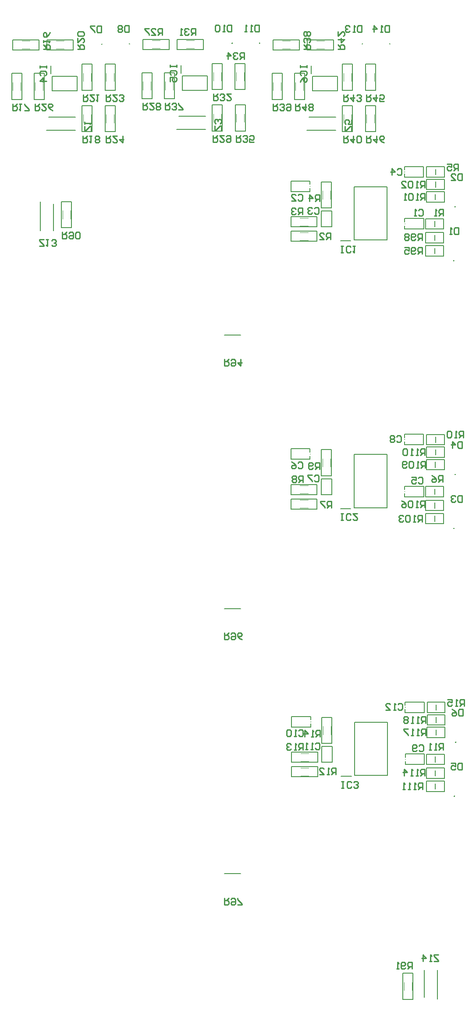
<source format=gbo>
G04*
G04 #@! TF.GenerationSoftware,Altium Limited,Altium Designer,24.4.1 (13)*
G04*
G04 Layer_Color=32896*
%FSLAX25Y25*%
%MOIN*%
G70*
G04*
G04 #@! TF.SameCoordinates,4EE5E999-D737-4110-A4F5-E65D847AD794*
G04*
G04*
G04 #@! TF.FilePolarity,Positive*
G04*
G01*
G75*
%ADD10C,0.01000*%
%ADD11C,0.00787*%
%ADD13C,0.00500*%
%ADD14C,0.00400*%
D10*
X751903Y1360791D02*
G03*
X751903Y1360791I-177J0D01*
G01*
X772766D02*
G03*
X772766Y1360791I-177J0D01*
G01*
X574766D02*
G03*
X574766Y1360791I-177J0D01*
G01*
X673766Y1361291D02*
G03*
X673766Y1361291I-177J0D01*
G01*
X652904D02*
G03*
X652904Y1361291I-177J0D01*
G01*
X553766Y1360532D02*
G03*
X553766Y1360532I-177J0D01*
G01*
X822468Y1237028D02*
G03*
X822468Y1237028I-177J0D01*
G01*
X821469Y1196028D02*
G03*
X821469Y1196028I-177J0D01*
G01*
X822968Y830028D02*
G03*
X822968Y830028I-177J0D01*
G01*
X822468Y1033528D02*
G03*
X822468Y1033528I-177J0D01*
G01*
X821968Y789028D02*
G03*
X821968Y789028I-177J0D01*
G01*
X821469Y992528D02*
G03*
X821469Y992528I-177J0D01*
G01*
X751416Y1374658D02*
Y1369660D01*
X748917D01*
X748084Y1370493D01*
Y1373825D01*
X748917Y1374658D01*
X751416D01*
X746418Y1369660D02*
X744752D01*
X745585D01*
Y1374658D01*
X746418Y1373825D01*
X742252D02*
X741419Y1374658D01*
X739753D01*
X738920Y1373825D01*
Y1372992D01*
X739753Y1372159D01*
X740586D01*
X739753D01*
X738920Y1371326D01*
Y1370493D01*
X739753Y1369660D01*
X741419D01*
X742252Y1370493D01*
X809600Y668463D02*
X806268D01*
Y667630D01*
X809600Y664298D01*
Y663464D01*
X806268D01*
X804602D02*
X802936D01*
X803769D01*
Y668463D01*
X804602Y667630D01*
X797937Y663464D02*
Y668463D01*
X800436Y665964D01*
X797104D01*
X506400Y1207037D02*
X509732D01*
Y1207870D01*
X506400Y1211202D01*
Y1212035D01*
X509732D01*
X511398D02*
X513064D01*
X512231D01*
Y1207037D01*
X511398Y1207870D01*
X515564D02*
X516397Y1207037D01*
X518063D01*
X518896Y1207870D01*
Y1208703D01*
X518063Y1209536D01*
X517230D01*
X518063D01*
X518896Y1210369D01*
Y1211202D01*
X518063Y1212035D01*
X516397D01*
X515564Y1211202D01*
X743498Y1294663D02*
Y1297996D01*
X742665D01*
X739333Y1294663D01*
X738500D01*
Y1297996D01*
X743498Y1302994D02*
Y1299662D01*
X740999D01*
X741832Y1301328D01*
Y1302161D01*
X740999Y1302994D01*
X739333D01*
X738500Y1302161D01*
Y1300495D01*
X739333Y1299662D01*
X644498Y1295163D02*
Y1298496D01*
X643665D01*
X640333Y1295163D01*
X639500D01*
Y1298496D01*
X643665Y1300162D02*
X644498Y1300995D01*
Y1302661D01*
X643665Y1303494D01*
X642832D01*
X641999Y1302661D01*
Y1301828D01*
Y1302661D01*
X641166Y1303494D01*
X640333D01*
X639500Y1302661D01*
Y1300995D01*
X640333Y1300162D01*
X545498Y1294663D02*
Y1297996D01*
X544665D01*
X541333Y1294663D01*
X540500D01*
Y1297996D01*
Y1299662D02*
Y1301328D01*
Y1300495D01*
X545498D01*
X544665Y1299662D01*
X799831Y844501D02*
Y849499D01*
X797331D01*
X796498Y848666D01*
Y847000D01*
X797331Y846167D01*
X799831D01*
X798165D02*
X796498Y844501D01*
X794832D02*
X793166D01*
X793999D01*
Y849499D01*
X794832Y848666D01*
X790667Y844501D02*
X789001D01*
X789834D01*
Y849499D01*
X790667Y848666D01*
X786502D02*
X785669Y849499D01*
X784002D01*
X783169Y848666D01*
Y847833D01*
X784002Y847000D01*
X783169Y846167D01*
Y845334D01*
X784002Y844501D01*
X785669D01*
X786502Y845334D01*
Y846167D01*
X785669Y847000D01*
X786502Y847833D01*
Y848666D01*
X785669Y847000D02*
X784002D01*
X799831Y835001D02*
Y839999D01*
X797331D01*
X796498Y839166D01*
Y837500D01*
X797331Y836667D01*
X799831D01*
X798165D02*
X796498Y835001D01*
X794832D02*
X793166D01*
X793999D01*
Y839999D01*
X794832Y839166D01*
X790667Y835001D02*
X789001D01*
X789834D01*
Y839999D01*
X790667Y839166D01*
X786502Y839999D02*
X783169D01*
Y839166D01*
X786502Y835834D01*
Y835001D01*
X799331Y804501D02*
Y809499D01*
X796832D01*
X795998Y808666D01*
Y807000D01*
X796832Y806167D01*
X799331D01*
X797664D02*
X795998Y804501D01*
X794332D02*
X792666D01*
X793499D01*
Y809499D01*
X794332Y808666D01*
X790167Y804501D02*
X788501D01*
X789334D01*
Y809499D01*
X790167Y808666D01*
X783502Y804501D02*
Y809499D01*
X786002Y807000D01*
X782669D01*
X797498Y794001D02*
Y798999D01*
X794998D01*
X794165Y798166D01*
Y796500D01*
X794998Y795667D01*
X797498D01*
X795831D02*
X794165Y794001D01*
X792499D02*
X790833D01*
X791666D01*
Y798999D01*
X792499Y798166D01*
X788334Y794001D02*
X786668D01*
X787501D01*
Y798999D01*
X788334Y798166D01*
X784168Y794001D02*
X782502D01*
X783335D01*
Y798999D01*
X784168Y798166D01*
X799331Y1048001D02*
Y1052999D01*
X796832D01*
X795998Y1052166D01*
Y1050500D01*
X796832Y1049667D01*
X799331D01*
X797664D02*
X795998Y1048001D01*
X794332D02*
X792666D01*
X793499D01*
Y1052999D01*
X794332Y1052166D01*
X790167Y1048001D02*
X788501D01*
X789334D01*
Y1052999D01*
X790167Y1052166D01*
X786002D02*
X785169Y1052999D01*
X783502D01*
X782669Y1052166D01*
Y1048834D01*
X783502Y1048001D01*
X785169D01*
X786002Y1048834D01*
Y1052166D01*
X799747Y1038501D02*
Y1043499D01*
X797248D01*
X796415Y1042666D01*
Y1041000D01*
X797248Y1040167D01*
X799747D01*
X798081D02*
X796415Y1038501D01*
X794749D02*
X793083D01*
X793916D01*
Y1043499D01*
X794749Y1042666D01*
X790584D02*
X789750Y1043499D01*
X788084D01*
X787251Y1042666D01*
Y1039334D01*
X788084Y1038501D01*
X789750D01*
X790584Y1039334D01*
Y1042666D01*
X785585Y1039334D02*
X784752Y1038501D01*
X783086D01*
X782253Y1039334D01*
Y1042666D01*
X783086Y1043499D01*
X784752D01*
X785585Y1042666D01*
Y1041833D01*
X784752Y1041000D01*
X782253D01*
X799247Y1008501D02*
Y1013499D01*
X796748D01*
X795915Y1012666D01*
Y1011000D01*
X796748Y1010167D01*
X799247D01*
X797581D02*
X795915Y1008501D01*
X794249D02*
X792583D01*
X793416D01*
Y1013499D01*
X794249Y1012666D01*
X790084D02*
X789250Y1013499D01*
X787584D01*
X786751Y1012666D01*
Y1009334D01*
X787584Y1008501D01*
X789250D01*
X790084Y1009334D01*
Y1012666D01*
X781753Y1013499D02*
X783419Y1012666D01*
X785085Y1011000D01*
Y1009334D01*
X784252Y1008501D01*
X782586D01*
X781753Y1009334D01*
Y1010167D01*
X782586Y1011000D01*
X785085D01*
X797247Y997501D02*
Y1002499D01*
X794748D01*
X793915Y1001666D01*
Y1000000D01*
X794748Y999167D01*
X797247D01*
X795581D02*
X793915Y997501D01*
X792249D02*
X790583D01*
X791416D01*
Y1002499D01*
X792249Y1001666D01*
X788084D02*
X787250Y1002499D01*
X785584D01*
X784751Y1001666D01*
Y998334D01*
X785584Y997501D01*
X787250D01*
X788084Y998334D01*
Y1001666D01*
X783085D02*
X782252Y1002499D01*
X780586D01*
X779753Y1001666D01*
Y1000833D01*
X780586Y1000000D01*
X781419D01*
X780586D01*
X779753Y999167D01*
Y998334D01*
X780586Y997501D01*
X782252D01*
X783085Y998334D01*
X799247Y1251501D02*
Y1256499D01*
X796748D01*
X795915Y1255666D01*
Y1254000D01*
X796748Y1253167D01*
X799247D01*
X797581D02*
X795915Y1251501D01*
X794249D02*
X792583D01*
X793416D01*
Y1256499D01*
X794249Y1255666D01*
X790084D02*
X789250Y1256499D01*
X787584D01*
X786751Y1255666D01*
Y1252334D01*
X787584Y1251501D01*
X789250D01*
X790084Y1252334D01*
Y1255666D01*
X781753Y1251501D02*
X785085D01*
X781753Y1254833D01*
Y1255666D01*
X782586Y1256499D01*
X784252D01*
X785085Y1255666D01*
X799414Y1242001D02*
Y1246999D01*
X796915D01*
X796082Y1246166D01*
Y1244500D01*
X796915Y1243667D01*
X799414D01*
X797748D02*
X796082Y1242001D01*
X794416D02*
X792750D01*
X793583D01*
Y1246999D01*
X794416Y1246166D01*
X790250D02*
X789417Y1246999D01*
X787751D01*
X786918Y1246166D01*
Y1242834D01*
X787751Y1242001D01*
X789417D01*
X790250Y1242834D01*
Y1246166D01*
X785252Y1242001D02*
X783586D01*
X784419D01*
Y1246999D01*
X785252Y1246166D01*
X797164Y1211501D02*
Y1216499D01*
X794665D01*
X793832Y1215666D01*
Y1214000D01*
X794665Y1213167D01*
X797164D01*
X795498D02*
X793832Y1211501D01*
X792166Y1212334D02*
X791333Y1211501D01*
X789667D01*
X788834Y1212334D01*
Y1215666D01*
X789667Y1216499D01*
X791333D01*
X792166Y1215666D01*
Y1214833D01*
X791333Y1214000D01*
X788834D01*
X787168Y1215666D02*
X786335Y1216499D01*
X784669D01*
X783836Y1215666D01*
Y1214833D01*
X784669Y1214000D01*
X783836Y1213167D01*
Y1212334D01*
X784669Y1211501D01*
X786335D01*
X787168Y1212334D01*
Y1213167D01*
X786335Y1214000D01*
X787168Y1214833D01*
Y1215666D01*
X786335Y1214000D02*
X784669D01*
X646992Y711383D02*
Y706384D01*
X649491D01*
X650324Y707217D01*
Y708883D01*
X649491Y709717D01*
X646992D01*
X648658D02*
X650324Y711383D01*
X651990Y710550D02*
X652823Y711383D01*
X654490D01*
X655323Y710550D01*
Y707217D01*
X654490Y706384D01*
X652823D01*
X651990Y707217D01*
Y708050D01*
X652823Y708883D01*
X655323D01*
X656989Y706384D02*
X660321D01*
Y707217D01*
X656989Y710550D01*
Y711383D01*
X646992Y913000D02*
Y908002D01*
X649491D01*
X650324Y908835D01*
Y910501D01*
X649491Y911334D01*
X646992D01*
X648658D02*
X650324Y913000D01*
X651990Y912167D02*
X652823Y913000D01*
X654490D01*
X655323Y912167D01*
Y908835D01*
X654490Y908002D01*
X652823D01*
X651990Y908835D01*
Y909668D01*
X652823Y910501D01*
X655323D01*
X660321Y908002D02*
X658655Y908835D01*
X656989Y910501D01*
Y912167D01*
X657822Y913000D01*
X659488D01*
X660321Y912167D01*
Y911334D01*
X659488Y910501D01*
X656989D01*
X797164Y1201001D02*
Y1205999D01*
X794665D01*
X793832Y1205166D01*
Y1203500D01*
X794665Y1202667D01*
X797164D01*
X795498D02*
X793832Y1201001D01*
X792166Y1201834D02*
X791333Y1201001D01*
X789667D01*
X788834Y1201834D01*
Y1205166D01*
X789667Y1205999D01*
X791333D01*
X792166Y1205166D01*
Y1204333D01*
X791333Y1203500D01*
X788834D01*
X783836Y1205999D02*
X787168D01*
Y1203500D01*
X785502Y1204333D01*
X784669D01*
X783836Y1203500D01*
Y1201834D01*
X784669Y1201001D01*
X786335D01*
X787168Y1201834D01*
X646992Y1120983D02*
Y1115984D01*
X649491D01*
X650324Y1116817D01*
Y1118484D01*
X649491Y1119316D01*
X646992D01*
X648658D02*
X650324Y1120983D01*
X651990Y1120150D02*
X652823Y1120983D01*
X654490D01*
X655323Y1120150D01*
Y1116817D01*
X654490Y1115984D01*
X652823D01*
X651990Y1116817D01*
Y1117650D01*
X652823Y1118484D01*
X655323D01*
X659488Y1120983D02*
Y1115984D01*
X656989Y1118484D01*
X660321D01*
X789600Y657700D02*
Y662698D01*
X787101D01*
X786268Y661865D01*
Y660199D01*
X787101Y659366D01*
X789600D01*
X787934D02*
X786268Y657700D01*
X784602Y658533D02*
X783769Y657700D01*
X782102D01*
X781269Y658533D01*
Y661865D01*
X782102Y662698D01*
X783769D01*
X784602Y661865D01*
Y661032D01*
X783769Y660199D01*
X781269D01*
X779603Y657700D02*
X777937D01*
X778770D01*
Y662698D01*
X779603Y661865D01*
X523800Y1217800D02*
Y1212802D01*
X526299D01*
X527132Y1213635D01*
Y1215301D01*
X526299Y1216134D01*
X523800D01*
X525466D02*
X527132Y1217800D01*
X528798Y1216967D02*
X529631Y1217800D01*
X531298D01*
X532131Y1216967D01*
Y1213635D01*
X531298Y1212802D01*
X529631D01*
X528798Y1213635D01*
Y1214468D01*
X529631Y1215301D01*
X532131D01*
X533797Y1213635D02*
X534630Y1212802D01*
X536296D01*
X537129Y1213635D01*
Y1216967D01*
X536296Y1217800D01*
X534630D01*
X533797Y1216967D01*
Y1213635D01*
X701000Y1315300D02*
Y1310302D01*
X703499D01*
X704332Y1311135D01*
Y1312801D01*
X703499Y1313634D01*
X701000D01*
X702666D02*
X704332Y1315300D01*
X708498D02*
Y1310302D01*
X705998Y1312801D01*
X709331D01*
X710997Y1311135D02*
X711830Y1310302D01*
X713496D01*
X714329Y1311135D01*
Y1311968D01*
X713496Y1312801D01*
X714329Y1313634D01*
Y1314467D01*
X713496Y1315300D01*
X711830D01*
X710997Y1314467D01*
Y1313634D01*
X711830Y1312801D01*
X710997Y1311968D01*
Y1311135D01*
X711830Y1312801D02*
X713496D01*
X755000Y1290800D02*
Y1285802D01*
X757499D01*
X758332Y1286635D01*
Y1288301D01*
X757499Y1289134D01*
X755000D01*
X756666D02*
X758332Y1290800D01*
X762498D02*
Y1285802D01*
X759998Y1288301D01*
X763331D01*
X768329Y1285802D02*
X766663Y1286635D01*
X764997Y1288301D01*
Y1289967D01*
X765830Y1290800D01*
X767496D01*
X768329Y1289967D01*
Y1289134D01*
X767496Y1288301D01*
X764997D01*
X754900Y1322300D02*
Y1317302D01*
X757399D01*
X758232Y1318135D01*
Y1319801D01*
X757399Y1320634D01*
X754900D01*
X756566D02*
X758232Y1322300D01*
X762398D02*
Y1317302D01*
X759898Y1319801D01*
X763231D01*
X768229Y1317302D02*
X764897D01*
Y1319801D01*
X766563Y1318968D01*
X767396D01*
X768229Y1319801D01*
Y1321467D01*
X767396Y1322300D01*
X765730D01*
X764897Y1321467D01*
X737500Y1322300D02*
Y1317302D01*
X739999D01*
X740832Y1318135D01*
Y1319801D01*
X739999Y1320634D01*
X737500D01*
X739166D02*
X740832Y1322300D01*
X744998D02*
Y1317302D01*
X742498Y1319801D01*
X745831D01*
X747497Y1318135D02*
X748330Y1317302D01*
X749996D01*
X750829Y1318135D01*
Y1318968D01*
X749996Y1319801D01*
X749163D01*
X749996D01*
X750829Y1320634D01*
Y1321467D01*
X749996Y1322300D01*
X748330D01*
X747497Y1321467D01*
X733200Y1356800D02*
X738198D01*
Y1359299D01*
X737365Y1360132D01*
X735699D01*
X734866Y1359299D01*
Y1356800D01*
Y1358466D02*
X733200Y1360132D01*
Y1364298D02*
X738198D01*
X735699Y1361798D01*
Y1365131D01*
X733200Y1370129D02*
Y1366797D01*
X736532Y1370129D01*
X737365D01*
X738198Y1369296D01*
Y1367630D01*
X737365Y1366797D01*
X737500Y1290800D02*
Y1285802D01*
X739999D01*
X740832Y1286635D01*
Y1288301D01*
X739999Y1289134D01*
X737500D01*
X739166D02*
X740832Y1290800D01*
X744998D02*
Y1285802D01*
X742498Y1288301D01*
X745831D01*
X747497Y1286635D02*
X748330Y1285802D01*
X749996D01*
X750829Y1286635D01*
Y1289967D01*
X749996Y1290800D01*
X748330D01*
X747497Y1289967D01*
Y1286635D01*
X684000Y1315300D02*
Y1310302D01*
X686499D01*
X687332Y1311135D01*
Y1312801D01*
X686499Y1313634D01*
X684000D01*
X685666D02*
X687332Y1315300D01*
X688998Y1311135D02*
X689831Y1310302D01*
X691498D01*
X692331Y1311135D01*
Y1311968D01*
X691498Y1312801D01*
X690664D01*
X691498D01*
X692331Y1313634D01*
Y1314467D01*
X691498Y1315300D01*
X689831D01*
X688998Y1314467D01*
X693997D02*
X694830Y1315300D01*
X696496D01*
X697329Y1314467D01*
Y1311135D01*
X696496Y1310302D01*
X694830D01*
X693997Y1311135D01*
Y1311968D01*
X694830Y1312801D01*
X697329D01*
X707200Y1356900D02*
X712198D01*
Y1359399D01*
X711365Y1360232D01*
X709699D01*
X708866Y1359399D01*
Y1356900D01*
Y1358566D02*
X707200Y1360232D01*
X711365Y1361898D02*
X712198Y1362731D01*
Y1364398D01*
X711365Y1365231D01*
X710532D01*
X709699Y1364398D01*
Y1363564D01*
Y1364398D01*
X708866Y1365231D01*
X708033D01*
X707200Y1364398D01*
Y1362731D01*
X708033Y1361898D01*
X711365Y1366897D02*
X712198Y1367730D01*
Y1369396D01*
X711365Y1370229D01*
X710532D01*
X709699Y1369396D01*
X708866Y1370229D01*
X708033D01*
X707200Y1369396D01*
Y1367730D01*
X708033Y1366897D01*
X708866D01*
X709699Y1367730D01*
X710532Y1366897D01*
X711365D01*
X709699Y1367730D02*
Y1369396D01*
X602000Y1315800D02*
Y1310802D01*
X604499D01*
X605332Y1311635D01*
Y1313301D01*
X604499Y1314134D01*
X602000D01*
X603666D02*
X605332Y1315800D01*
X606998Y1311635D02*
X607831Y1310802D01*
X609498D01*
X610331Y1311635D01*
Y1312468D01*
X609498Y1313301D01*
X608665D01*
X609498D01*
X610331Y1314134D01*
Y1314967D01*
X609498Y1315800D01*
X607831D01*
X606998Y1314967D01*
X611997Y1310802D02*
X615329D01*
Y1311635D01*
X611997Y1314967D01*
Y1315800D01*
X656000Y1291300D02*
Y1286302D01*
X658499D01*
X659332Y1287135D01*
Y1288801D01*
X658499Y1289634D01*
X656000D01*
X657666D02*
X659332Y1291300D01*
X660998Y1287135D02*
X661831Y1286302D01*
X663498D01*
X664331Y1287135D01*
Y1287968D01*
X663498Y1288801D01*
X662665D01*
X663498D01*
X664331Y1289634D01*
Y1290467D01*
X663498Y1291300D01*
X661831D01*
X660998Y1290467D01*
X669329Y1286302D02*
X665997D01*
Y1288801D01*
X667663Y1287968D01*
X668496D01*
X669329Y1288801D01*
Y1290467D01*
X668496Y1291300D01*
X666830D01*
X665997Y1290467D01*
X662000Y1349200D02*
Y1354198D01*
X659501D01*
X658668Y1353365D01*
Y1351699D01*
X659501Y1350866D01*
X662000D01*
X660334D02*
X658668Y1349200D01*
X657002Y1353365D02*
X656169Y1354198D01*
X654502D01*
X653669Y1353365D01*
Y1352532D01*
X654502Y1351699D01*
X655336D01*
X654502D01*
X653669Y1350866D01*
Y1350033D01*
X654502Y1349200D01*
X656169D01*
X657002Y1350033D01*
X649504Y1349200D02*
Y1354198D01*
X652003Y1351699D01*
X648671D01*
X638500Y1322800D02*
Y1317802D01*
X640999D01*
X641832Y1318635D01*
Y1320301D01*
X640999Y1321134D01*
X638500D01*
X640166D02*
X641832Y1322800D01*
X643498Y1318635D02*
X644331Y1317802D01*
X645998D01*
X646831Y1318635D01*
Y1319468D01*
X645998Y1320301D01*
X645164D01*
X645998D01*
X646831Y1321134D01*
Y1321967D01*
X645998Y1322800D01*
X644331D01*
X643498Y1321967D01*
X651829Y1322800D02*
X648497D01*
X651829Y1319468D01*
Y1318635D01*
X650996Y1317802D01*
X649330D01*
X648497Y1318635D01*
X624831Y1367501D02*
Y1372499D01*
X622332D01*
X621499Y1371666D01*
Y1370000D01*
X622332Y1369167D01*
X624831D01*
X623165D02*
X621499Y1367501D01*
X619833Y1371666D02*
X619000Y1372499D01*
X617334D01*
X616501Y1371666D01*
Y1370833D01*
X617334Y1370000D01*
X618167D01*
X617334D01*
X616501Y1369167D01*
Y1368334D01*
X617334Y1367501D01*
X619000D01*
X619833Y1368334D01*
X614835Y1367501D02*
X613168D01*
X614002D01*
Y1372499D01*
X614835Y1371666D01*
X638400Y1291300D02*
Y1286302D01*
X640899D01*
X641732Y1287135D01*
Y1288801D01*
X640899Y1289634D01*
X638400D01*
X640066D02*
X641732Y1291300D01*
X646731D02*
X643398D01*
X646731Y1287968D01*
Y1287135D01*
X645898Y1286302D01*
X644231D01*
X643398Y1287135D01*
X648397Y1290467D02*
X649230Y1291300D01*
X650896D01*
X651729Y1290467D01*
Y1287135D01*
X650896Y1286302D01*
X649230D01*
X648397Y1287135D01*
Y1287968D01*
X649230Y1288801D01*
X651729D01*
X584900Y1315800D02*
Y1310802D01*
X587399D01*
X588232Y1311635D01*
Y1313301D01*
X587399Y1314134D01*
X584900D01*
X586566D02*
X588232Y1315800D01*
X593231D02*
X589898D01*
X593231Y1312468D01*
Y1311635D01*
X592398Y1310802D01*
X590731D01*
X589898Y1311635D01*
X594897D02*
X595730Y1310802D01*
X597396D01*
X598229Y1311635D01*
Y1312468D01*
X597396Y1313301D01*
X598229Y1314134D01*
Y1314967D01*
X597396Y1315800D01*
X595730D01*
X594897Y1314967D01*
Y1314134D01*
X595730Y1313301D01*
X594897Y1312468D01*
Y1311635D01*
X595730Y1313301D02*
X597396D01*
X599664Y1367501D02*
Y1372499D01*
X597165D01*
X596332Y1371666D01*
Y1370000D01*
X597165Y1369167D01*
X599664D01*
X597998D02*
X596332Y1367501D01*
X591334D02*
X594666D01*
X591334Y1370833D01*
Y1371666D01*
X592167Y1372499D01*
X593833D01*
X594666Y1371666D01*
X589668Y1372499D02*
X586336D01*
Y1371666D01*
X589668Y1368334D01*
Y1367501D01*
X502900Y1315300D02*
Y1310302D01*
X505399D01*
X506232Y1311135D01*
Y1312801D01*
X505399Y1313634D01*
X502900D01*
X504566D02*
X506232Y1315300D01*
X511231D02*
X507898D01*
X511231Y1311968D01*
Y1311135D01*
X510398Y1310302D01*
X508731D01*
X507898Y1311135D01*
X516229Y1310302D02*
X514563Y1311135D01*
X512897Y1312801D01*
Y1314467D01*
X513730Y1315300D01*
X515396D01*
X516229Y1314467D01*
Y1313634D01*
X515396Y1312801D01*
X512897D01*
X557000Y1290800D02*
Y1285802D01*
X559499D01*
X560332Y1286635D01*
Y1288301D01*
X559499Y1289134D01*
X557000D01*
X558666D02*
X560332Y1290800D01*
X565331D02*
X561998D01*
X565331Y1287468D01*
Y1286635D01*
X564498Y1285802D01*
X562831D01*
X561998Y1286635D01*
X569496Y1290800D02*
Y1285802D01*
X566997Y1288301D01*
X570329D01*
X556900Y1322300D02*
Y1317302D01*
X559399D01*
X560232Y1318135D01*
Y1319801D01*
X559399Y1320634D01*
X556900D01*
X558566D02*
X560232Y1322300D01*
X565231D02*
X561898D01*
X565231Y1318968D01*
Y1318135D01*
X564398Y1317302D01*
X562731D01*
X561898Y1318135D01*
X566897D02*
X567730Y1317302D01*
X569396D01*
X570229Y1318135D01*
Y1318968D01*
X569396Y1319801D01*
X568563D01*
X569396D01*
X570229Y1320634D01*
Y1321467D01*
X569396Y1322300D01*
X567730D01*
X566897Y1321467D01*
X539500Y1322300D02*
Y1317302D01*
X541999D01*
X542832Y1318135D01*
Y1319801D01*
X541999Y1320634D01*
X539500D01*
X541166D02*
X542832Y1322300D01*
X547831D02*
X544498D01*
X547831Y1318968D01*
Y1318135D01*
X546998Y1317302D01*
X545331D01*
X544498Y1318135D01*
X549497Y1322300D02*
X551163D01*
X550330D01*
Y1317302D01*
X549497Y1318135D01*
X535200Y1356800D02*
X540198D01*
Y1359299D01*
X539365Y1360132D01*
X537699D01*
X536866Y1359299D01*
Y1356800D01*
Y1358466D02*
X535200Y1360132D01*
Y1365131D02*
Y1361798D01*
X538532Y1365131D01*
X539365D01*
X540198Y1364298D01*
Y1362631D01*
X539365Y1361798D01*
Y1366797D02*
X540198Y1367630D01*
Y1369296D01*
X539365Y1370129D01*
X536033D01*
X535200Y1369296D01*
Y1367630D01*
X536033Y1366797D01*
X539365D01*
X539400Y1290800D02*
Y1285802D01*
X541899D01*
X542732Y1286635D01*
Y1288301D01*
X541899Y1289134D01*
X539400D01*
X541066D02*
X542732Y1290800D01*
X544398D02*
X546065D01*
X545231D01*
Y1285802D01*
X544398Y1286635D01*
X548564D02*
X549397Y1285802D01*
X551063D01*
X551896Y1286635D01*
Y1287468D01*
X551063Y1288301D01*
X551896Y1289134D01*
Y1289967D01*
X551063Y1290800D01*
X549397D01*
X548564Y1289967D01*
Y1289134D01*
X549397Y1288301D01*
X548564Y1287468D01*
Y1286635D01*
X549397Y1288301D02*
X551063D01*
X485900Y1315300D02*
Y1310302D01*
X488399D01*
X489232Y1311135D01*
Y1312801D01*
X488399Y1313634D01*
X485900D01*
X487566D02*
X489232Y1315300D01*
X490898D02*
X492564D01*
X491731D01*
Y1310302D01*
X490898Y1311135D01*
X495064Y1310302D02*
X498396D01*
Y1311135D01*
X495064Y1314467D01*
Y1315300D01*
X509200Y1356900D02*
X514198D01*
Y1359399D01*
X513365Y1360232D01*
X511699D01*
X510866Y1359399D01*
Y1356900D01*
Y1358566D02*
X509200Y1360232D01*
Y1361898D02*
Y1363564D01*
Y1362731D01*
X514198D01*
X513365Y1361898D01*
X514198Y1369396D02*
X513365Y1367730D01*
X511699Y1366064D01*
X510033D01*
X509200Y1366897D01*
Y1368563D01*
X510033Y1369396D01*
X510866D01*
X511699Y1368563D01*
Y1366064D01*
X829248Y857501D02*
Y862499D01*
X826749D01*
X825916Y861666D01*
Y860000D01*
X826749Y859167D01*
X829248D01*
X827582D02*
X825916Y857501D01*
X824250D02*
X822583D01*
X823417D01*
Y862499D01*
X824250Y861666D01*
X816752Y862499D02*
X820084D01*
Y860000D01*
X818418Y860833D01*
X817585D01*
X816752Y860000D01*
Y858334D01*
X817585Y857501D01*
X819251D01*
X820084Y858334D01*
X719748Y834001D02*
Y838999D01*
X717249D01*
X716416Y838166D01*
Y836500D01*
X717249Y835667D01*
X719748D01*
X718082D02*
X716416Y834001D01*
X714750D02*
X713084D01*
X713916D01*
Y838999D01*
X714750Y838166D01*
X708085Y834001D02*
Y838999D01*
X710584Y836500D01*
X707252D01*
X706748Y824001D02*
Y828999D01*
X704249D01*
X703416Y828166D01*
Y826500D01*
X704249Y825667D01*
X706748D01*
X705082D02*
X703416Y824001D01*
X701750D02*
X700083D01*
X700916D01*
Y828999D01*
X701750Y828166D01*
X697584D02*
X696751Y828999D01*
X695085D01*
X694252Y828166D01*
Y827333D01*
X695085Y826500D01*
X695918D01*
X695085D01*
X694252Y825667D01*
Y824834D01*
X695085Y824001D01*
X696751D01*
X697584Y824834D01*
X731748Y805501D02*
Y810499D01*
X729249D01*
X728416Y809666D01*
Y808000D01*
X729249Y807167D01*
X731748D01*
X730082D02*
X728416Y805501D01*
X726750D02*
X725083D01*
X725916D01*
Y810499D01*
X726750Y809666D01*
X719252Y805501D02*
X722584D01*
X719252Y808833D01*
Y809666D01*
X720085Y810499D01*
X721751D01*
X722584Y809666D01*
X813437Y824200D02*
Y829198D01*
X810938D01*
X810105Y828365D01*
Y826699D01*
X810938Y825866D01*
X813437D01*
X811771D02*
X810105Y824200D01*
X808439D02*
X806773D01*
X807605D01*
Y829198D01*
X808439Y828365D01*
X804273Y824200D02*
X802607D01*
X803440D01*
Y829198D01*
X804273Y828365D01*
X828748Y1061501D02*
Y1066499D01*
X826249D01*
X825416Y1065666D01*
Y1064000D01*
X826249Y1063167D01*
X828748D01*
X827082D02*
X825416Y1061501D01*
X823750D02*
X822083D01*
X822917D01*
Y1066499D01*
X823750Y1065666D01*
X819584D02*
X818751Y1066499D01*
X817085D01*
X816252Y1065666D01*
Y1062334D01*
X817085Y1061501D01*
X818751D01*
X819584Y1062334D01*
Y1065666D01*
X719165Y1037501D02*
Y1042499D01*
X716666D01*
X715833Y1041666D01*
Y1040000D01*
X716666Y1039167D01*
X719165D01*
X717499D02*
X715833Y1037501D01*
X714167Y1038334D02*
X713334Y1037501D01*
X711668D01*
X710835Y1038334D01*
Y1041666D01*
X711668Y1042499D01*
X713334D01*
X714167Y1041666D01*
Y1040833D01*
X713334Y1040000D01*
X710835D01*
X706665Y1027501D02*
Y1032499D01*
X704166D01*
X703333Y1031666D01*
Y1030000D01*
X704166Y1029167D01*
X706665D01*
X704999D02*
X703333Y1027501D01*
X701667Y1031666D02*
X700834Y1032499D01*
X699168D01*
X698335Y1031666D01*
Y1030833D01*
X699168Y1030000D01*
X698335Y1029167D01*
Y1028334D01*
X699168Y1027501D01*
X700834D01*
X701667Y1028334D01*
Y1029167D01*
X700834Y1030000D01*
X701667Y1030833D01*
Y1031666D01*
X700834Y1030000D02*
X699168D01*
X728165Y1008001D02*
Y1012999D01*
X725666D01*
X724833Y1012166D01*
Y1010500D01*
X725666Y1009667D01*
X728165D01*
X726499D02*
X724833Y1008001D01*
X723167Y1012999D02*
X719835D01*
Y1012166D01*
X723167Y1008834D01*
Y1008001D01*
X812937Y1027700D02*
Y1032698D01*
X810438D01*
X809605Y1031865D01*
Y1030199D01*
X810438Y1029366D01*
X812937D01*
X811271D02*
X809605Y1027700D01*
X804606Y1032698D02*
X806273Y1031865D01*
X807939Y1030199D01*
Y1028533D01*
X807106Y1027700D01*
X805439D01*
X804606Y1028533D01*
Y1029366D01*
X805439Y1030199D01*
X807939D01*
X824665Y1264501D02*
Y1269499D01*
X822166D01*
X821333Y1268666D01*
Y1267000D01*
X822166Y1266167D01*
X824665D01*
X822999D02*
X821333Y1264501D01*
X816335Y1269499D02*
X819667D01*
Y1267000D01*
X818001Y1267833D01*
X817168D01*
X816335Y1267000D01*
Y1265334D01*
X817168Y1264501D01*
X818834D01*
X819667Y1265334D01*
X719165Y1241001D02*
Y1245999D01*
X716666D01*
X715833Y1245166D01*
Y1243500D01*
X716666Y1242667D01*
X719165D01*
X717499D02*
X715833Y1241001D01*
X711668D02*
Y1245999D01*
X714167Y1243500D01*
X710835D01*
X706165Y1231001D02*
Y1235999D01*
X703666D01*
X702833Y1235166D01*
Y1233500D01*
X703666Y1232667D01*
X706165D01*
X704499D02*
X702833Y1231001D01*
X701167Y1235166D02*
X700334Y1235999D01*
X698668D01*
X697835Y1235166D01*
Y1234333D01*
X698668Y1233500D01*
X699501D01*
X698668D01*
X697835Y1232667D01*
Y1231834D01*
X698668Y1231001D01*
X700334D01*
X701167Y1231834D01*
X727665Y1212001D02*
Y1216999D01*
X725166D01*
X724333Y1216166D01*
Y1214500D01*
X725166Y1213667D01*
X727665D01*
X725999D02*
X724333Y1212001D01*
X719335D02*
X722667D01*
X719335Y1215333D01*
Y1216166D01*
X720168Y1216999D01*
X721834D01*
X722667Y1216166D01*
X813332Y1230001D02*
Y1234999D01*
X810833D01*
X810000Y1234166D01*
Y1232500D01*
X810833Y1231667D01*
X813332D01*
X811666D02*
X810000Y1230001D01*
X808334D02*
X806668D01*
X807501D01*
Y1234999D01*
X808334Y1234166D01*
X704602Y1344477D02*
Y1342811D01*
Y1343644D01*
X709600D01*
Y1344477D01*
Y1342811D01*
X705435Y1336980D02*
X704602Y1337813D01*
Y1339479D01*
X705435Y1340312D01*
X708767D01*
X709600Y1339479D01*
Y1337813D01*
X708767Y1336980D01*
X704602Y1331981D02*
X705435Y1333647D01*
X707101Y1335314D01*
X708767D01*
X709600Y1334480D01*
Y1332814D01*
X708767Y1331981D01*
X707934D01*
X707101Y1332814D01*
Y1335314D01*
X605602Y1344800D02*
Y1343134D01*
Y1343967D01*
X610600D01*
Y1344800D01*
Y1343134D01*
X606435Y1337302D02*
X605602Y1338136D01*
Y1339802D01*
X606435Y1340635D01*
X609767D01*
X610600Y1339802D01*
Y1338136D01*
X609767Y1337302D01*
X605602Y1332304D02*
Y1335636D01*
X608101D01*
X607268Y1333970D01*
Y1333137D01*
X608101Y1332304D01*
X609767D01*
X610600Y1333137D01*
Y1334803D01*
X609767Y1335636D01*
X506602Y1344300D02*
Y1342634D01*
Y1343467D01*
X511600D01*
Y1344300D01*
Y1342634D01*
X507435Y1336802D02*
X506602Y1337636D01*
Y1339302D01*
X507435Y1340135D01*
X510767D01*
X511600Y1339302D01*
Y1337636D01*
X510767Y1336802D01*
X511600Y1332637D02*
X506602D01*
X509101Y1335136D01*
Y1331804D01*
X736000Y795202D02*
X737666D01*
X736833D01*
Y800200D01*
X736000D01*
X737666D01*
X743498Y796035D02*
X742664Y795202D01*
X740998D01*
X740165Y796035D01*
Y799367D01*
X740998Y800200D01*
X742664D01*
X743498Y799367D01*
X745164Y796035D02*
X745997Y795202D01*
X747663D01*
X748496Y796035D01*
Y796868D01*
X747663Y797701D01*
X746830D01*
X747663D01*
X748496Y798534D01*
Y799367D01*
X747663Y800200D01*
X745997D01*
X745164Y799367D01*
X735500Y998702D02*
X737166D01*
X736333D01*
Y1003700D01*
X735500D01*
X737166D01*
X742998Y999535D02*
X742165Y998702D01*
X740498D01*
X739665Y999535D01*
Y1002867D01*
X740498Y1003700D01*
X742165D01*
X742998Y1002867D01*
X747996Y1003700D02*
X744664D01*
X747996Y1000368D01*
Y999535D01*
X747163Y998702D01*
X745497D01*
X744664Y999535D01*
X735500Y1202202D02*
X737166D01*
X736333D01*
Y1207200D01*
X735500D01*
X737166D01*
X742998Y1203035D02*
X742165Y1202202D01*
X740498D01*
X739665Y1203035D01*
Y1206367D01*
X740498Y1207200D01*
X742165D01*
X742998Y1206367D01*
X744664Y1207200D02*
X746330D01*
X745497D01*
Y1202202D01*
X744664Y1203035D01*
X772278Y1374658D02*
Y1369660D01*
X769779D01*
X768946Y1370493D01*
Y1373825D01*
X769779Y1374658D01*
X772278D01*
X767280Y1369660D02*
X765614D01*
X766447D01*
Y1374658D01*
X767280Y1373825D01*
X760615Y1369660D02*
Y1374658D01*
X763115Y1372159D01*
X759782D01*
X673278Y1375158D02*
Y1370160D01*
X670779D01*
X669946Y1370993D01*
Y1374325D01*
X670779Y1375158D01*
X673278D01*
X668280Y1370160D02*
X666614D01*
X667447D01*
Y1375158D01*
X668280Y1374325D01*
X664115Y1370160D02*
X662449D01*
X663282D01*
Y1375158D01*
X664115Y1374325D01*
X652416Y1375158D02*
Y1370160D01*
X649917D01*
X649084Y1370993D01*
Y1374325D01*
X649917Y1375158D01*
X652416D01*
X647418Y1370160D02*
X645752D01*
X646585D01*
Y1375158D01*
X647418Y1374325D01*
X643252D02*
X642419Y1375158D01*
X640753D01*
X639920Y1374325D01*
Y1370993D01*
X640753Y1370160D01*
X642419D01*
X643252Y1370993D01*
Y1374325D01*
X574278Y1374658D02*
Y1369660D01*
X571779D01*
X570946Y1370493D01*
Y1373825D01*
X571779Y1374658D01*
X574278D01*
X569280Y1373825D02*
X568447Y1374658D01*
X566781D01*
X565948Y1373825D01*
Y1372992D01*
X566781Y1372159D01*
X565948Y1371326D01*
Y1370493D01*
X566781Y1369660D01*
X568447D01*
X569280Y1370493D01*
Y1371326D01*
X568447Y1372159D01*
X569280Y1372992D01*
Y1373825D01*
X568447Y1372159D02*
X566781D01*
X553278Y1374398D02*
Y1369400D01*
X550779D01*
X549946Y1370233D01*
Y1373565D01*
X550779Y1374398D01*
X553278D01*
X548280D02*
X544948D01*
Y1373565D01*
X548280Y1370233D01*
Y1369400D01*
X828165Y854999D02*
Y850001D01*
X825666D01*
X824833Y850834D01*
Y854166D01*
X825666Y854999D01*
X828165D01*
X819835D02*
X821501Y854166D01*
X823167Y852500D01*
Y850834D01*
X822334Y850001D01*
X820668D01*
X819835Y850834D01*
Y851667D01*
X820668Y852500D01*
X823167D01*
X827665Y813999D02*
Y809001D01*
X825166D01*
X824333Y809834D01*
Y813166D01*
X825166Y813999D01*
X827665D01*
X819335D02*
X822667D01*
Y811500D01*
X821001Y812333D01*
X820168D01*
X819335Y811500D01*
Y809834D01*
X820168Y809001D01*
X821834D01*
X822667Y809834D01*
X827665Y1058499D02*
Y1053501D01*
X825166D01*
X824333Y1054334D01*
Y1057666D01*
X825166Y1058499D01*
X827665D01*
X820168Y1053501D02*
Y1058499D01*
X822667Y1056000D01*
X819335D01*
X827665Y1017499D02*
Y1012501D01*
X825166D01*
X824333Y1013334D01*
Y1016666D01*
X825166Y1017499D01*
X827665D01*
X822667Y1016666D02*
X821834Y1017499D01*
X820168D01*
X819335Y1016666D01*
Y1015833D01*
X820168Y1015000D01*
X821001D01*
X820168D01*
X819335Y1014167D01*
Y1013334D01*
X820168Y1012501D01*
X821834D01*
X822667Y1013334D01*
X827665Y1261999D02*
Y1257001D01*
X825166D01*
X824333Y1257834D01*
Y1261166D01*
X825166Y1261999D01*
X827665D01*
X819335Y1257001D02*
X822667D01*
X819335Y1260333D01*
Y1261166D01*
X820168Y1261999D01*
X821834D01*
X822667Y1261166D01*
X824832Y1220999D02*
Y1216001D01*
X822333D01*
X821500Y1216834D01*
Y1220166D01*
X822333Y1220999D01*
X824832D01*
X819834Y1216001D02*
X818168D01*
X819001D01*
Y1220999D01*
X819834Y1220166D01*
X778916Y858666D02*
X779749Y859499D01*
X781415D01*
X782248Y858666D01*
Y855334D01*
X781415Y854501D01*
X779749D01*
X778916Y855334D01*
X777250Y854501D02*
X775584D01*
X776416D01*
Y859499D01*
X777250Y858666D01*
X769752Y854501D02*
X773084D01*
X769752Y857833D01*
Y858666D01*
X770585Y859499D01*
X772251D01*
X773084Y858666D01*
X716083Y828666D02*
X716916Y829499D01*
X718582D01*
X719415Y828666D01*
Y825334D01*
X718582Y824501D01*
X716916D01*
X716083Y825334D01*
X714417Y824501D02*
X712750D01*
X713584D01*
Y829499D01*
X714417Y828666D01*
X710251Y824501D02*
X708585D01*
X709418D01*
Y829499D01*
X710251Y828666D01*
X703416Y838666D02*
X704249Y839499D01*
X705915D01*
X706748Y838666D01*
Y835334D01*
X705915Y834501D01*
X704249D01*
X703416Y835334D01*
X701750Y834501D02*
X700083D01*
X700916D01*
Y839499D01*
X701750Y838666D01*
X697584D02*
X696751Y839499D01*
X695085D01*
X694252Y838666D01*
Y835334D01*
X695085Y834501D01*
X696751D01*
X697584Y835334D01*
Y838666D01*
X794833Y827166D02*
X795666Y827999D01*
X797332D01*
X798165Y827166D01*
Y823834D01*
X797332Y823001D01*
X795666D01*
X794833Y823834D01*
X793167D02*
X792334Y823001D01*
X790668D01*
X789835Y823834D01*
Y827166D01*
X790668Y827999D01*
X792334D01*
X793167Y827166D01*
Y826333D01*
X792334Y825500D01*
X789835D01*
X777833Y1062166D02*
X778666Y1062999D01*
X780332D01*
X781165Y1062166D01*
Y1058834D01*
X780332Y1058001D01*
X778666D01*
X777833Y1058834D01*
X776167Y1062166D02*
X775334Y1062999D01*
X773668D01*
X772835Y1062166D01*
Y1061333D01*
X773668Y1060500D01*
X772835Y1059667D01*
Y1058834D01*
X773668Y1058001D01*
X775334D01*
X776167Y1058834D01*
Y1059667D01*
X775334Y1060500D01*
X776167Y1061333D01*
Y1062166D01*
X775334Y1060500D02*
X773668D01*
X715333Y1032166D02*
X716166Y1032999D01*
X717832D01*
X718665Y1032166D01*
Y1028834D01*
X717832Y1028001D01*
X716166D01*
X715333Y1028834D01*
X713667Y1032999D02*
X710335D01*
Y1032166D01*
X713667Y1028834D01*
Y1028001D01*
X702833Y1042166D02*
X703666Y1042999D01*
X705332D01*
X706165Y1042166D01*
Y1038834D01*
X705332Y1038001D01*
X703666D01*
X702833Y1038834D01*
X697835Y1042999D02*
X699501Y1042166D01*
X701167Y1040500D01*
Y1038834D01*
X700334Y1038001D01*
X698668D01*
X697835Y1038834D01*
Y1039667D01*
X698668Y1040500D01*
X701167D01*
X794333Y1030666D02*
X795166Y1031499D01*
X796832D01*
X797665Y1030666D01*
Y1027334D01*
X796832Y1026501D01*
X795166D01*
X794333Y1027334D01*
X789335Y1031499D02*
X792667D01*
Y1029000D01*
X791001Y1029833D01*
X790168D01*
X789335Y1029000D01*
Y1027334D01*
X790168Y1026501D01*
X791834D01*
X792667Y1027334D01*
X778333Y1265166D02*
X779166Y1265999D01*
X780832D01*
X781665Y1265166D01*
Y1261834D01*
X780832Y1261001D01*
X779166D01*
X778333Y1261834D01*
X774168Y1261001D02*
Y1265999D01*
X776667Y1263500D01*
X773335D01*
X715333Y1235666D02*
X716166Y1236499D01*
X717832D01*
X718665Y1235666D01*
Y1232334D01*
X717832Y1231501D01*
X716166D01*
X715333Y1232334D01*
X713667Y1235666D02*
X712834Y1236499D01*
X711168D01*
X710335Y1235666D01*
Y1234833D01*
X711168Y1234000D01*
X712001D01*
X711168D01*
X710335Y1233167D01*
Y1232334D01*
X711168Y1231501D01*
X712834D01*
X713667Y1232334D01*
X702833Y1245666D02*
X703666Y1246499D01*
X705332D01*
X706165Y1245666D01*
Y1242334D01*
X705332Y1241501D01*
X703666D01*
X702833Y1242334D01*
X697835Y1241501D02*
X701167D01*
X697835Y1244833D01*
Y1245666D01*
X698668Y1246499D01*
X700334D01*
X701167Y1245666D01*
X794500Y1234166D02*
X795333Y1234999D01*
X796999D01*
X797832Y1234166D01*
Y1230834D01*
X796999Y1230001D01*
X795333D01*
X794500Y1230834D01*
X792834Y1230001D02*
X791168D01*
X792001D01*
Y1234999D01*
X792834Y1234166D01*
D11*
X712240Y1252500D02*
G03*
X712240Y1252500I-197J0D01*
G01*
X784154Y1263500D02*
G03*
X784154Y1263500I-197J0D01*
G01*
X784197Y1224000D02*
G03*
X784197Y1224000I-197J0D01*
G01*
X784697Y817000D02*
G03*
X784697Y817000I-197J0D01*
G01*
X712740Y845500D02*
G03*
X712740Y845500I-197J0D01*
G01*
X784654Y856500D02*
G03*
X784654Y856500I-197J0D01*
G01*
X784154Y1060000D02*
G03*
X784154Y1060000I-197J0D01*
G01*
X712240Y1049000D02*
G03*
X712240Y1049000I-197J0D01*
G01*
X784197Y1020500D02*
G03*
X784197Y1020500I-197J0D01*
G01*
X614854Y1325500D02*
Y1336500D01*
Y1325500D02*
X634146D01*
Y1336500D01*
X614854D02*
X634146D01*
X614000Y1338496D02*
Y1344500D01*
X713854Y1325177D02*
Y1336177D01*
Y1325177D02*
X733146D01*
Y1336177D01*
X713854D02*
X733146D01*
X713000Y1338173D02*
Y1344177D01*
X515854Y1325000D02*
Y1336000D01*
Y1325000D02*
X535146D01*
Y1336000D01*
X515854D02*
X535146D01*
X515000Y1337996D02*
Y1344000D01*
X798980Y636228D02*
Y656701D01*
X809020Y634752D02*
Y656701D01*
X517020Y1218799D02*
Y1239272D01*
X506980Y1218799D02*
Y1240748D01*
X807500Y1251933D02*
Y1256067D01*
X807437Y1242433D02*
Y1246567D01*
X806874Y1211433D02*
Y1215567D01*
X806937Y1201433D02*
Y1205567D01*
Y1221933D02*
Y1226067D01*
X807500Y1261433D02*
Y1265567D01*
X735323Y1007500D02*
X743000D01*
X745500Y1008224D02*
Y1048776D01*
X770500D01*
Y1008224D02*
Y1048776D01*
X745500Y1008224D02*
X770500D01*
X807437Y814933D02*
Y819067D01*
X807374Y804433D02*
Y808567D01*
X808000Y854433D02*
Y858567D01*
X807437Y1038933D02*
Y1043067D01*
Y794433D02*
Y798567D01*
X808000Y844933D02*
Y849067D01*
X807937Y835433D02*
Y839567D01*
X806937Y997933D02*
Y1002067D01*
X807500Y1048433D02*
Y1052567D01*
Y1057933D02*
Y1062067D01*
X806874Y1007933D02*
Y1012067D01*
X806937Y1018433D02*
Y1022567D01*
X735823Y804000D02*
X743500D01*
X746000Y804724D02*
Y845276D01*
X771000D01*
Y804724D02*
Y845276D01*
X746000Y804724D02*
X771000D01*
X735323Y1211000D02*
X743000D01*
X745500Y1211724D02*
Y1252276D01*
X770500D01*
Y1211724D02*
Y1252276D01*
X745500Y1211724D02*
X770500D01*
X711264Y1305283D02*
X731736D01*
X709787Y1295244D02*
X731736D01*
X612264Y1305783D02*
X632736D01*
X610787Y1295744D02*
X632736D01*
X513264Y1305283D02*
X533736D01*
X511787Y1295244D02*
X533736D01*
X646945Y1139583D02*
X659347D01*
X646945Y729983D02*
X659347D01*
X646945Y931583D02*
X659347D01*
D13*
X761900Y1294100D02*
Y1313900D01*
X754200Y1294100D02*
X761900D01*
X754200D02*
Y1313900D01*
X761900D01*
Y1325600D02*
Y1345400D01*
X754200Y1325600D02*
X761900D01*
X754200D02*
Y1345400D01*
X761900D01*
X744400Y1294100D02*
Y1313900D01*
X736700Y1294100D02*
X744400D01*
X736700D02*
Y1313900D01*
X744400D01*
X611100Y1364300D02*
X630900D01*
Y1356600D02*
Y1364300D01*
X611100Y1356600D02*
X630900D01*
X611100D02*
Y1364300D01*
X585100D02*
X604900D01*
Y1356600D02*
Y1364300D01*
X585100Y1356600D02*
X604900D01*
X585100D02*
Y1364300D01*
X710100Y1363800D02*
X729900D01*
Y1356100D02*
Y1363800D01*
X710100Y1356100D02*
X729900D01*
X710100D02*
Y1363800D01*
X684100D02*
X703900D01*
Y1356100D02*
Y1363800D01*
X684100Y1356100D02*
X703900D01*
X684100D02*
Y1363800D01*
X707900Y1318600D02*
Y1338400D01*
X700200Y1318600D02*
X707900D01*
X700200D02*
Y1338400D01*
X707900D01*
X690900Y1318600D02*
Y1338400D01*
X683200Y1318600D02*
X690900D01*
X683200D02*
Y1338400D01*
X690900D01*
X655100Y1326100D02*
Y1345900D01*
X662800D01*
Y1326100D02*
Y1345900D01*
X655100Y1326100D02*
X662800D01*
X645400D02*
Y1345900D01*
X637700Y1326100D02*
X645400D01*
X637700D02*
Y1345900D01*
X645400D01*
Y1294600D02*
Y1314400D01*
X637700Y1294600D02*
X645400D01*
X637700D02*
Y1314400D01*
X645400D01*
X662900Y1294600D02*
Y1314400D01*
X655200Y1294600D02*
X662900D01*
X655200D02*
Y1314400D01*
X662900D01*
X744400Y1325600D02*
Y1345400D01*
X736700Y1325600D02*
X744400D01*
X736700D02*
Y1345400D01*
X744400D01*
X591900Y1319100D02*
Y1338900D01*
X584200Y1319100D02*
X591900D01*
X584200D02*
Y1338900D01*
X591900D01*
X608900Y1319100D02*
Y1338900D01*
X601200Y1319100D02*
X608900D01*
X601200D02*
Y1338900D01*
X608900D01*
X546400Y1294100D02*
Y1313900D01*
X538700Y1294100D02*
X546400D01*
X538700D02*
Y1313900D01*
X546400D01*
X563900Y1294100D02*
Y1313900D01*
X556200Y1294100D02*
X563900D01*
X556200D02*
Y1313900D01*
X563900D01*
X509900Y1318600D02*
Y1338400D01*
X502200Y1318600D02*
X509900D01*
X502200D02*
Y1338400D01*
X509900D01*
X486100Y1363800D02*
X505900D01*
Y1356100D02*
Y1363800D01*
X486100Y1356100D02*
X505900D01*
X486100D02*
Y1363800D01*
X512100D02*
X531900D01*
Y1356100D02*
Y1363800D01*
X512100Y1356100D02*
X531900D01*
X512100D02*
Y1363800D01*
X563900Y1325600D02*
Y1345400D01*
X556200Y1325600D02*
X563900D01*
X556200D02*
Y1345400D01*
X563900D01*
X546400Y1325600D02*
Y1345400D01*
X538700Y1325600D02*
X546400D01*
X538700D02*
Y1345400D01*
X546400D01*
X492900Y1318600D02*
Y1338400D01*
X485200Y1318600D02*
X492900D01*
X485200D02*
Y1338400D01*
X492900D01*
X782700Y634600D02*
X790400D01*
Y654400D01*
X782700D02*
X790400D01*
X782700Y634600D02*
Y654400D01*
X523100Y1240900D02*
X530800D01*
X523100Y1221100D02*
Y1240900D01*
Y1221100D02*
X530800D01*
Y1240900D01*
X720600Y1255900D02*
X728300D01*
X720600Y1236100D02*
Y1255900D01*
Y1236100D02*
X728300D01*
Y1255900D01*
X717400Y1221700D02*
Y1229400D01*
X697600D02*
X717400D01*
X697600Y1221700D02*
Y1229400D01*
Y1221700D02*
X717400D01*
Y1210700D02*
Y1218400D01*
X697600D02*
X717400D01*
X697600Y1210700D02*
Y1218400D01*
Y1210700D02*
X717400D01*
X720500Y1221768D02*
Y1233768D01*
X728500D01*
Y1221768D02*
Y1233768D01*
X720500Y1221768D02*
X728500D01*
X712043Y1248500D02*
Y1251000D01*
X697543Y1248500D02*
X712043D01*
X697543D02*
Y1256500D01*
X712043D01*
Y1254000D02*
Y1256500D01*
X800709Y1250063D02*
X814291D01*
X800709D02*
Y1257937D01*
X814291Y1250063D02*
Y1257937D01*
X800709D02*
X814291D01*
X800646Y1240563D02*
X814228D01*
X800646D02*
Y1248437D01*
X814228Y1240563D02*
Y1248437D01*
X800646D02*
X814228D01*
X800083Y1209563D02*
X813665D01*
X800083D02*
Y1217437D01*
X813665Y1209563D02*
Y1217437D01*
X800083D02*
X813665D01*
X800146Y1199563D02*
X813728D01*
X800146D02*
Y1207437D01*
X813728Y1199563D02*
Y1207437D01*
X800146D02*
X813728D01*
X800146Y1227937D02*
X813728D01*
Y1220063D02*
Y1227937D01*
X800146Y1220063D02*
Y1227937D01*
Y1220063D02*
X813728D01*
X800709Y1267437D02*
X814291D01*
Y1259563D02*
Y1267437D01*
X800709Y1259563D02*
Y1267437D01*
Y1259563D02*
X814291D01*
X783957Y1265000D02*
Y1267500D01*
X798457D01*
Y1259500D02*
Y1267500D01*
X783957Y1259500D02*
X798457D01*
X783957D02*
Y1262000D01*
X784000Y1225500D02*
Y1228000D01*
X798500D01*
Y1220000D02*
Y1228000D01*
X784000Y1220000D02*
X798500D01*
X784000D02*
Y1222500D01*
X800646Y820937D02*
X814228D01*
Y813063D02*
Y820937D01*
X800646Y813063D02*
Y820937D01*
Y813063D02*
X814228D01*
X800583Y802563D02*
X814165D01*
X800583D02*
Y810437D01*
X814165Y802563D02*
Y810437D01*
X800583D02*
X814165D01*
X717900Y803700D02*
Y811400D01*
X698100D02*
X717900D01*
X698100Y803700D02*
Y811400D01*
Y803700D02*
X717900D01*
X784500Y818500D02*
Y821000D01*
X799000D01*
Y813000D02*
Y821000D01*
X784500Y813000D02*
X799000D01*
X784500D02*
Y815500D01*
X721100Y848900D02*
X728800D01*
X721100Y829100D02*
Y848900D01*
Y829100D02*
X728800D01*
Y848900D01*
X801209Y860437D02*
X814791D01*
Y852563D02*
Y860437D01*
X801209Y852563D02*
Y860437D01*
Y852563D02*
X814791D01*
X712543Y841500D02*
Y844000D01*
X698043Y841500D02*
X712543D01*
X698043D02*
Y849500D01*
X712543D01*
Y847000D02*
Y849500D01*
X800646Y1037063D02*
X814228D01*
X800646D02*
Y1044937D01*
X814228Y1037063D02*
Y1044937D01*
X800646D02*
X814228D01*
X800646Y792563D02*
X814228D01*
X800646D02*
Y800437D01*
X814228Y792563D02*
Y800437D01*
X800646D02*
X814228D01*
X801209Y843063D02*
X814791D01*
X801209D02*
Y850937D01*
X814791Y843063D02*
Y850937D01*
X801209D02*
X814791D01*
X717900Y814700D02*
Y822400D01*
X698100D02*
X717900D01*
X698100Y814700D02*
Y822400D01*
Y814700D02*
X717900D01*
X801146Y833563D02*
X814728D01*
X801146D02*
Y841437D01*
X814728Y833563D02*
Y841437D01*
X801146D02*
X814728D01*
X784457Y858000D02*
Y860500D01*
X798957D01*
Y852500D02*
Y860500D01*
X784457Y852500D02*
X798957D01*
X784457D02*
Y855000D01*
X721000Y814768D02*
Y826768D01*
X729000D01*
Y814768D02*
Y826768D01*
X721000Y814768D02*
X729000D01*
X800146Y996063D02*
X813728D01*
X800146D02*
Y1003937D01*
X813728Y996063D02*
Y1003937D01*
X800146D02*
X813728D01*
X800709Y1046563D02*
X814291D01*
X800709D02*
Y1054437D01*
X814291Y1046563D02*
Y1054437D01*
X800709D02*
X814291D01*
X783957Y1061500D02*
Y1064000D01*
X798457D01*
Y1056000D02*
Y1064000D01*
X783957Y1056000D02*
X798457D01*
X783957D02*
Y1058500D01*
X800709Y1063937D02*
X814291D01*
Y1056063D02*
Y1063937D01*
X800709Y1056063D02*
Y1063937D01*
Y1056063D02*
X814291D01*
X717400Y1007200D02*
Y1014900D01*
X697600D02*
X717400D01*
X697600Y1007200D02*
Y1014900D01*
Y1007200D02*
X717400D01*
X720600Y1052400D02*
X728300D01*
X720600Y1032600D02*
Y1052400D01*
Y1032600D02*
X728300D01*
Y1052400D01*
X800083Y1006063D02*
X813665D01*
X800083D02*
Y1013937D01*
X813665Y1006063D02*
Y1013937D01*
X800083D02*
X813665D01*
X712043Y1045000D02*
Y1047500D01*
X697543Y1045000D02*
X712043D01*
X697543D02*
Y1053000D01*
X712043D01*
Y1050500D02*
Y1053000D01*
X720500Y1018268D02*
Y1030268D01*
X728500D01*
Y1018268D02*
Y1030268D01*
X720500Y1018268D02*
X728500D01*
X800146Y1024437D02*
X813728D01*
Y1016563D02*
Y1024437D01*
X800146Y1016563D02*
Y1024437D01*
Y1016563D02*
X813728D01*
X784000Y1022000D02*
Y1024500D01*
X798500D01*
Y1016500D02*
Y1024500D01*
X784000Y1016500D02*
X798500D01*
X784000D02*
Y1019000D01*
X717400Y1018200D02*
Y1025900D01*
X697600D02*
X717400D01*
X697600Y1018200D02*
Y1025900D01*
Y1018200D02*
X717400D01*
D14*
X755100Y1300900D02*
Y1307100D01*
X761100Y1300900D02*
Y1307100D01*
X755100Y1332400D02*
Y1338600D01*
X761100Y1332400D02*
Y1338600D01*
X737600Y1300900D02*
Y1307100D01*
X743600Y1300900D02*
Y1307100D01*
X617900Y1357500D02*
X624100D01*
X617900Y1363500D02*
X624100D01*
X591900Y1357500D02*
X598100D01*
X591900Y1363500D02*
X598100D01*
X716900Y1357000D02*
X723100D01*
X716900Y1363000D02*
X723100D01*
X690900Y1357000D02*
X697100D01*
X690900Y1363000D02*
X697100D01*
X701100Y1325400D02*
Y1331600D01*
X707100Y1325400D02*
Y1331600D01*
X684100Y1325400D02*
Y1331600D01*
X690100Y1325400D02*
Y1331600D01*
X661900Y1332900D02*
Y1339100D01*
X655900Y1332900D02*
Y1339100D01*
X638600Y1332900D02*
Y1339100D01*
X644600Y1332900D02*
Y1339100D01*
X638600Y1301400D02*
Y1307600D01*
X644600Y1301400D02*
Y1307600D01*
X656100Y1301400D02*
Y1307600D01*
X662100Y1301400D02*
Y1307600D01*
X737600Y1332400D02*
Y1338600D01*
X743600Y1332400D02*
Y1338600D01*
X585100Y1325900D02*
Y1332100D01*
X591100Y1325900D02*
Y1332100D01*
X602100Y1325900D02*
Y1332100D01*
X608100Y1325900D02*
Y1332100D01*
X539600Y1300900D02*
Y1307100D01*
X545600Y1300900D02*
Y1307100D01*
X557100Y1300900D02*
Y1307100D01*
X563100Y1300900D02*
Y1307100D01*
X503100Y1325400D02*
Y1331600D01*
X509100Y1325400D02*
Y1331600D01*
X492900Y1357000D02*
X499100D01*
X492900Y1363000D02*
X499100D01*
X518900Y1357000D02*
X525100D01*
X518900Y1363000D02*
X525100D01*
X557100Y1332400D02*
Y1338600D01*
X563100Y1332400D02*
Y1338600D01*
X539600Y1332400D02*
Y1338600D01*
X545600Y1332400D02*
Y1338600D01*
X486100Y1325400D02*
Y1331600D01*
X492100Y1325400D02*
Y1331600D01*
X783500Y641400D02*
Y647600D01*
X789500Y641400D02*
Y647600D01*
X530000Y1227900D02*
Y1234100D01*
X524000Y1227900D02*
Y1234100D01*
X727500Y1242900D02*
Y1249100D01*
X721500Y1242900D02*
Y1249100D01*
X704400Y1222500D02*
X710600D01*
X704400Y1228500D02*
X710600D01*
X704400Y1211500D02*
X710600D01*
X704400Y1217500D02*
X710600D01*
X704900Y804500D02*
X711100D01*
X704900Y810500D02*
X711100D01*
X728000Y835900D02*
Y842100D01*
X722000Y835900D02*
Y842100D01*
X704900Y815500D02*
X711100D01*
X704900Y821500D02*
X711100D01*
X704400Y1008000D02*
X710600D01*
X704400Y1014000D02*
X710600D01*
X727500Y1039400D02*
Y1045600D01*
X721500Y1039400D02*
Y1045600D01*
X704400Y1019000D02*
X710600D01*
X704400Y1025000D02*
X710600D01*
M02*

</source>
